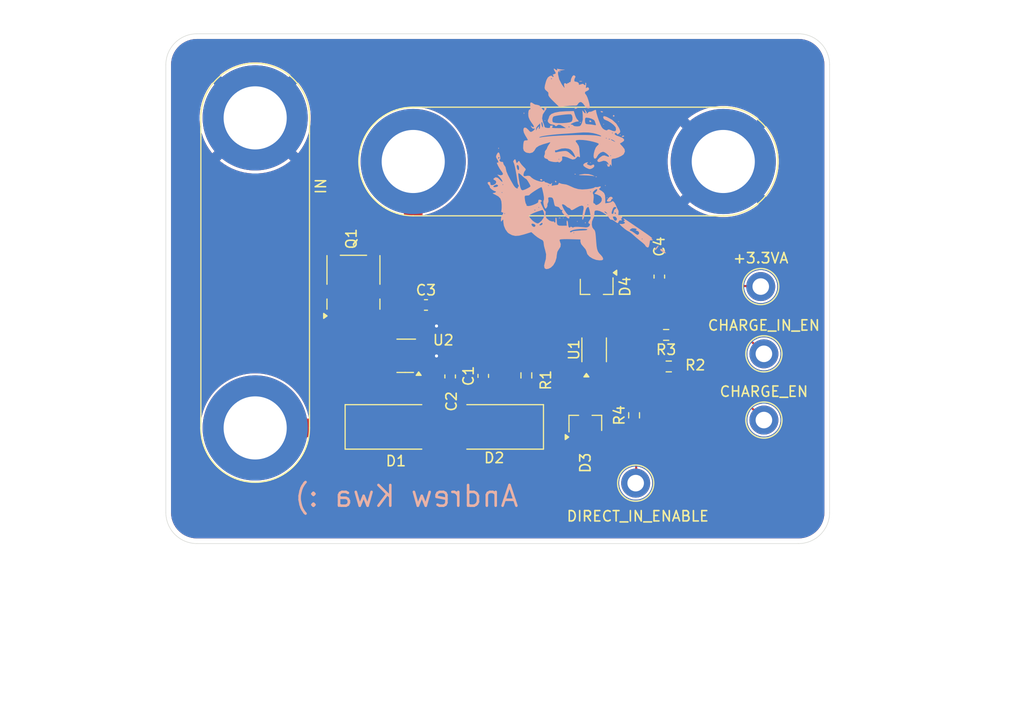
<source format=kicad_pcb>
(kicad_pcb (version 20241229) (generator "pcbnew") (generator_version "9.0")
  (layers (0 "F.Cu" signal) (2 "B.Cu" signal) (13 "F.Paste" user) (15 "B.Paste" user) (5 "F.SilkS" user "F.Silkscreen") (7 "B.SilkS" user "B.Silkscreen") (1 "F.Mask" user) (3 "B.Mask" user) (25 "Edge.Cuts" user))
  (net 0 "")
  (net 1 "/Ideal Diode/IN")
  (net 2 "GNDPWR")
  (net 3 "/Ideal Diode/VCAP")
  (net 4 "/Ideal Diode/OUT")
  (net 5 "+3.3VA")
  (net 6 "/Ideal Diode/TVS_mid")
  (net 7 "/Ideal Diode/D_CLIP")
  (net 8 "/Ideal Diode/C_CLIP")
  (net 9 "/Ideal Diode/GATE")
  (net 10 "/Ideal Diode/V_{ON}")
  (net 11 "/Ideal Diode/CHARGING_IEN")
  (net 12 "/Ideal Diode/DIRECT_IEN")
  (net 13 "/Ideal Diode/DIRECT_EN")
  (net 14 "/Ideal Diode/CHARGING_EN")
  (footprint "Resistor_SMD:R_0603_1608Metric_Pad0.98x0.95mm_HandSolder" (layer "F.Cu") (at 96.4184 56.2337 90)
    (property "Reference" "R4" (at 0 -1.43 90) (layer "F.SilkS"))
    (property "Value" "1k")
    (pad "1" smd roundrect (at -0.9125 0 90) (size 0.975 0.95) (layers "F.Cu" "F.Mask" "F.Paste") (net 12 "/Ideal Diode/DIRECT_IEN"))
    (pad "2" smd roundrect (at 0.9125 0 90) (size 0.975 0.95) (layers "F.Cu" "F.Mask" "F.Paste") (net 7 "/Ideal Diode/D_CLIP"))
  )
  (footprint "Package_TO_SOT_SMD:SOT-23_Handsoldering" (layer "F.Cu") (at 91.7049 56.9976 90)
    (property "Reference" "D3" (at -3.834 0 90) (layer "F.SilkS"))
    (property "Value" "BAT54")
    (pad "1" smd roundrect (at -1.5 -0.95 90) (size 1.9 0.8) (layers "F.Cu" "F.Mask" "F.Paste") (net 2 "GNDPWR"))
    (pad "2" smd roundrect (at -1.5 0.95 90) (size 1.9 0.8) (layers "F.Cu" "F.Mask" "F.Paste"))
    (pad "3" smd roundrect (at 1.5 0 90) (size 1.9 0.8) (layers "F.Cu" "F.Mask" "F.Paste") (net 7 "/Ideal Diode/D_CLIP"))
  )
  (footprint "TestPoint:TestPoint_Keystone_5010-5014_Multipurpose" (layer "F.Cu") (at 108.6612 43.7896)
    (property "Reference" "+3.3VA" (at 0 -2.75 0) (layer "F.SilkS"))
    (property "Value" "TestPoint")
    (pad "1" thru_hole circle (at 0 0) (size 2.8 2.8) (drill 1.6) (layers "*.Cu" "*.Mask") (net 5 "+3.3VA"))
  )
  (footprint "Capacitor_SMD:C_0603_1608Metric_Pad1.08x0.95mm_HandSolder" (layer "F.Cu") (at 76.3016 45.5676)
    (property "Reference" "C3" (at 0 -1.43 0) (layer "F.SilkS"))
    (property "Value" "47u")
    (pad "1" smd roundrect (at -0.8625 0) (size 1.075 0.95) (layers "F.Cu" "F.Mask" "F.Paste") (net 4 "/Ideal Diode/OUT"))
    (pad "2" smd roundrect (at 0.8625 0) (size 1.075 0.95) (layers "F.Cu" "F.Mask" "F.Paste") (net 2 "GNDPWR"))
  )
  (footprint "Diode_SMD:D_SMB_Handsoldering" (layer "F.Cu") (at 73.1952 57.3532)
    (property "Reference" "D1" (at 0.2032 3.302 0) (layer "F.SilkS"))
    (property "Value" "SMBJ58A")
    (pad "1" smd roundrect (at -2.7 0) (size 3.5 2.3) (layers "F.Cu" "F.Mask" "F.Paste") (roundrect_rratio 0.1086956522) (net 1 "/Ideal Diode/IN"))
    (pad "2" smd roundrect (at 2.7 0) (size 3.5 2.3) (layers "F.Cu" "F.Mask" "F.Paste") (roundrect_rratio 0.1086956522) (net 6 "/Ideal Diode/TVS_mid"))
  )
  (footprint "Resistor_SMD:R_0603_1608Metric_Pad0.98x0.95mm_HandSolder" (layer "F.Cu") (at 99.5172 48.4632 180)
    (property "Reference" "R3" (at 0 -1.43 0) (layer "F.SilkS"))
    (property "Value" "1k")
    (pad "1" smd roundrect (at -0.9125 0 180) (size 0.975 0.95) (layers "F.Cu" "F.Mask" "F.Paste") (net 11 "/Ideal Diode/CHARGING_IEN"))
    (pad "2" smd roundrect (at 0.9125 0 180) (size 0.975 0.95) (layers "F.Cu" "F.Mask" "F.Paste") (net 8 "/Ideal Diode/C_CLIP"))
  )
  (footprint "Capacitor_SMD:C_0603_1608Metric_Pad1.08x0.95mm_HandSolder" (layer "F.Cu") (at 98.8568 42.8244 90)
    (property "Reference" "C4" (at 2.8945 0 90) (layer "F.SilkS"))
    (property "Value" "0.1u")
    (pad "1" smd roundrect (at -0.8625 0 90) (size 1.075 0.95) (layers "F.Cu" "F.Mask" "F.Paste") (net 5 "+3.3VA"))
    (pad "2" smd roundrect (at 0.8625 0 90) (size 1.075 0.95) (layers "F.Cu" "F.Mask" "F.Paste") (net 2 "GNDPWR"))
  )
  (footprint "Package_TO_SOT_SMD:SOT-23_Handsoldering" (layer "F.Cu") (at 92.8007 43.7896 -90)
    (property "Reference" "D4" (at 0 -2.75 90) (layer "F.SilkS"))
    (property "Value" "BAT54")
    (pad "1" smd roundrect (at -1.5 -0.95 270) (size 1.9 0.8) (layers "F.Cu" "F.Mask" "F.Paste") (net 2 "GNDPWR"))
    (pad "2" smd roundrect (at -1.5 0.95 270) (size 1.9 0.8) (layers "F.Cu" "F.Mask" "F.Paste"))
    (pad "3" smd roundrect (at 1.5 0 270) (size 1.9 0.8) (layers "F.Cu" "F.Mask" "F.Paste") (net 8 "/Ideal Diode/C_CLIP"))
  )
  (footprint "Package_SO:VSSOP-8_2.3x2mm_P0.5mm" (layer "F.Cu") (at 92.5576 49.9038 90)
    (property "Reference" "U1" (at 0 -1.95 90) (layer "F.SilkS"))
    (property "Value" "SN74LVC2G08")
    (pad "1" smd roundrect (at -1.4 -0.75 90) (size 1.25 0.35) (layers "F.Cu" "F.Mask" "F.Paste") (net 7 "/Ideal Diode/D_CLIP"))
    (pad "2" smd roundrect (at -1.4 -0.25 90) (size 1.25 0.35) (layers "F.Cu" "F.Mask" "F.Paste") (net 10 "/Ideal Diode/V_{ON}"))
    (pad "3" smd roundrect (at -1.4 0.25 90) (size 1.25 0.35) (layers "F.Cu" "F.Mask" "F.Paste") (net 14 "/Ideal Diode/CHARGING_EN"))
    (pad "4" smd roundrect (at -1.4 0.75 90) (size 1.25 0.35) (layers "F.Cu" "F.Mask" "F.Paste") (net 2 "GNDPWR"))
    (pad "5" smd roundrect (at 1.4 0.75 90) (size 1.25 0.35) (layers "F.Cu" "F.Mask" "F.Paste") (net 10 "/Ideal Diode/V_{ON}"))
    (pad "6" smd roundrect (at 1.4 0.25 90) (size 1.25 0.35) (layers "F.Cu" "F.Mask" "F.Paste") (net 8 "/Ideal Diode/C_CLIP"))
    (pad "7" smd roundrect (at 1.4 -0.25 90) (size 1.25 0.35) (layers "F.Cu" "F.Mask" "F.Paste") (net 13 "/Ideal Diode/DIRECT_EN"))
    (pad "8" smd roundrect (at 1.4 -0.75 90) (size 1.25 0.35) (layers "F.Cu" "F.Mask" "F.Paste") (net 5 "+3.3VA"))
  )
  (footprint "TestPoint:TestPoint_Keystone_5010-5014_Multipurpose" (layer "F.Cu") (at 96.5708 62.7888)
    (property "Reference" "DIRECT_IN_ENABLE" (at 0.2032 3.2004 0) (layer "F.SilkS"))
    (property "Value" "TestPoint")
    (pad "1" thru_hole circle (at 0 0) (size 2.8 2.8) (drill 1.6) (layers "*.Cu" "*.Mask") (net 12 "/Ideal Diode/DIRECT_IEN"))
  )
  (footprint "Resistor_SMD:R_0603_1608Metric_Pad0.98x0.95mm_HandSolder" (layer "F.Cu") (at 86.0044 52.3748 90)
    (property "Reference" "R1" (at -0.4572 1.8796 90) (layer "F.SilkS"))
    (property "Value" "91k")
    (pad "1" smd roundrect (at -0.9125 0 90) (size 0.975 0.95) (layers "F.Cu" "F.Mask" "F.Paste") (net 1 "/Ideal Diode/IN"))
    (pad "2" smd roundrect (at 0.9125 0 90) (size 0.975 0.95) (layers "F.Cu" "F.Mask" "F.Paste") (net 10 "/Ideal Diode/V_{ON}"))
  )
  (footprint "TestPoint:TestPoint_Keystone_5010-5014_Multipurpose" (layer "F.Cu") (at 108.966 50.292)
    (property "Reference" "CHARGE_IN_EN" (at 0 -2.75 0) (layer "F.SilkS"))
    (property "Value" "TestPoint")
    (pad "1" thru_hole circle (at 0 0) (size 2.8 2.8) (drill 1.6) (layers "*.Cu" "*.Mask") (net 11 "/Ideal Diode/CHARGING_IEN"))
  )
  (footprint "Diode_SMD:D_SMB_Handsoldering" (layer "F.Cu") (at 82.9488 57.3532 180)
    (property "Reference" "D2" (at 0.0508 -2.9972 0) (layer "F.SilkS"))
    (property "Value" "SMBJ26A")
    (pad "1" smd roundrect (at -2.7 0 180) (size 3.5 2.3) (layers "F.Cu" "F.Mask" "F.Paste") (roundrect_rratio 0.1086956522) (net 2 "GNDPWR"))
    (pad "2" smd roundrect (at 2.7 0 180) (size 3.5 2.3) (layers "F.Cu" "F.Mask" "F.Paste") (roundrect_rratio 0.1086956522) (net 6 "/Ideal Diode/TVS_mid"))
  )
  (footprint "Package_TO_SOT_SMD:SOT-23-6_Handsoldering" (layer "F.Cu") (at 74.3928 50.48 180)
    (property "Reference" "U2" (at -3.5852 1.5088 0) (layer "F.SilkS"))
    (property "Value" "LM74700")
    (pad "1" smd roundrect (at -1.35 -0.95 180) (size 1.56 0.65) (layers "F.Cu" "F.Mask" "F.Paste") (net 3 "/Ideal Diode/VCAP"))
    (pad "2" smd roundrect (at -1.35 0 180) (size 1.56 0.65) (layers "F.Cu" "F.Mask" "F.Paste") (net 2 "GNDPWR"))
    (pad "3" smd roundrect (at -1.35 0.95 180) (size 1.56 0.65) (layers "F.Cu" "F.Mask" "F.Paste") (net 13 "/Ideal Diode/DIRECT_EN"))
    (pad "4" smd roundrect (at 1.35 0.95 180) (size 1.56 0.65) (layers "F.Cu" "F.Mask" "F.Paste") (net 4 "/Ideal Diode/OUT"))
    (pad "5" smd roundrect (at 1.35 0 180) (size 1.56 0.65) (layers "F.Cu" "F.Mask" "F.Paste") (net 9 "/Ideal Diode/GATE"))
    (pad "6" smd roundrect (at 1.35 -0.95 180) (size 1.56 0.65) (layers "F.Cu" "F.Mask" "F.Paste") (net 1 "/Ideal Diode/IN"))
  )
  (footprint "Connector:Banana_Jack_2Pin" (layer "F.Cu") (at 59.7916 57.4528 90)
    (property "Reference" "IN" (at 23.368 6.35 90) (layer "F.SilkS"))
    (property "Value" "Conn_01x02_Socket")
    (pad "1" thru_hole circle (at 0 0 90) (size 10.16 10.16) (drill 6.1) (layers "*.Cu" "*.Mask") (net 1 "/Ideal Diode/IN"))
    (pad "2" thru_hole circle (at 29.97 0 90) (size 10.16 10.16) (drill 6.1) (layers "*.Cu" "*.Mask") (net 2 "GNDPWR"))
  )
  (footprint "Capacitor_SMD:C_0603_1608Metric_Pad1.08x0.95mm_HandSolder" (layer "F.Cu") (at 81.8388 52.4256 90)
    (property "Reference" "C1" (at 0 -1.43 90) (layer "F.SilkS"))
    (property "Value" "0.022u")
    (pad "1" smd roundrect (at -0.8625 0 90) (size 1.075 0.95) (layers "F.Cu" "F.Mask" "F.Paste") (net 1 "/Ideal Diode/IN"))
    (pad "2" smd roundrect (at 0.8625 0 90) (size 1.075 0.95) (layers "F.Cu" "F.Mask" "F.Paste") (net 2 "GNDPWR"))
  )
  (footprint "Package_SO:ONSemi_SO-8FL_488AA" (layer "F.Cu") (at 69.2912 43.8742 90)
    (property "Reference" "Q1" (at 4.7074 -0.2032 90) (layer "F.SilkS"))
    (property "Value" "NVMFS5C404NL")
    (pad "1" smd roundrect (at -2.74725 -1.905 90) (size 1 0.75) (layers "F.Cu" "F.Mask" "F.Paste") (net 1 "/Ideal Diode/IN"))
    (pad "2" smd roundrect (at -2.74725 -0.635 90) (size 1 0.75) (layers "F.Cu" "F.Mask" "F.Paste") (net 1 "/Ideal Diode/IN"))
    (pad "3" smd roundrect (at -2.74725 0.635 90) (size 1 0.75) (layers "F.Cu" "F.Mask" "F.Paste") (net 1 "/Ideal Diode/IN"))
    (pad "4" smd roundrect (at -2.74725 1.905 90) (size 1 0.75) (layers "F.Cu" "F.Mask" "F.Paste") (net 9 "/Ideal Diode/GATE"))
    (pad "5" smd custom (at 0.745 0 90) (size 4.055 4.56) (layers "F.Cu" "F.Mask" "F.Paste") (net 4 "/Ideal Diode/OUT") (options (clearance outline) (anchor rect)) (primitives (gr_poly (pts (xy -0.6975 -2.28) (xy 2.5025 -2.28) (xy 2.5025 -1.53) (xy 1.905 -1.53) (xy 1.905 1.53) (xy 2.5025 1.53) (xy 2.5025 2.28) (xy -0.6975 2.28) (xy -0.6975 2.775) (xy -1.6025 2.775) (xy -1.6025 -2.775) (xy -0.6975 -2.775)) (width 0) (fill yes))))
  )
  (footprint "Capacitor_SMD:C_0603_1608Metric_Pad1.08x0.95mm_HandSolder" (layer "F.Cu") (at 78.6384 52.4753 90)
    (property "Reference" "C2" (at -2.413 0.127 90) (layer "F.SilkS"))
    (property "Value" "0.1u")
    (pad "1" smd roundrect (at -0.8625 0 90) (size 1.075 0.95) (layers "F.Cu" "F.Mask" "F.Paste") (net 1 "/Ideal Diode/IN"))
    (pad "2" smd roundrect (at 0.8625 0 90) (size 1.075 0.95) (layers "F.Cu" "F.Mask" "F.Paste") (net 3 "/Ideal Diode/VCAP"))
  )
  (footprint "TestPoint:TestPoint_Keystone_5010-5014_Multipurpose" (layer "F.Cu") (at 108.966 56.6928)
    (property "Reference" "CHARGE_EN" (at 0 -2.75 0) (layer "F.SilkS"))
    (property "Value" "TestPoint")
    (pad "1" thru_hole circle (at 0 0) (size 2.8 2.8) (drill 1.6) (layers "*.Cu" "*.Mask") (net 14 "/Ideal Diode/CHARGING_EN"))
  )
  (footprint "Connector:Banana_Jack_2Pin" (layer "F.Cu") (at 75.0684 31.6992)
    (property "Reference" "OUT" (at 14.985 -6.24 0) (layer "F.SilkS"))
    (property "Value" "Conn_01x02_Socket")
    (pad "1" thru_hole circle (at 0 0) (size 10.16 10.16) (drill 6.1) (layers "*.Cu" "*.Mask") (net 4 "/Ideal Diode/OUT"))
    (pad "2" thru_hole circle (at 29.97 0) (size 10.16 10.16) (drill 6.1) (layers "*.Cu" "*.Mask") (net 2 "GNDPWR"))
  )
  (footprint "Resistor_SMD:R_0603_1608Metric_Pad0.98x0.95mm_HandSolder" (layer "F.Cu") (at 99.7693 51.5112)
    (property "Reference" "R2" (at 2.5635 -0.127 0) (layer "F.SilkS"))
    (property "Value" "13k")
    (pad "1" smd roundrect (at -0.9125 0) (size 0.975 0.95) (layers "F.Cu" "F.Mask" "F.Paste") (net 10 "/Ideal Diode/V_{ON}"))
    (pad "2" smd roundrect (at 0.9125 0) (size 0.975 0.95) (layers "F.Cu" "F.Mask" "F.Paste") (net 2 "GNDPWR"))
  )
  (footprint "LOGO" (layer "B.Cu") (at 90.932 32.4104 180)
    (property "Reference" "G***" (hide yes))
    (property "Value" "LOGO" (hide yes))
  )
  (gr_line (start 54.1556 19.3548) (end 112.316 19.3548) (stroke (width 0.05)) (layer "Edge.Cuts"))
  (gr_arc (start 51.1556 22.3548) (mid 52.03428 20.23348) (end 54.1556 19.3548) (stroke (width 0.05)) (layer "Edge.Cuts"))
  (gr_arc (start 112.316 19.3548) (mid 114.43732 20.23348) (end 115.316 22.3548) (stroke (width 0.05)) (layer "Edge.Cuts"))
  (gr_line (start 112.316 68.6308) (end 54.1556 68.6308) (stroke (width 0.05)) (layer "Edge.Cuts"))
  (gr_arc (start 115.316 65.6308) (mid 114.43732 67.75212) (end 112.316 68.6308) (stroke (width 0.05)) (layer "Edge.Cuts"))
  (gr_line (start 115.316 22.3548) (end 115.316 65.6308) (stroke (width 0.05)) (layer "Edge.Cuts"))
  (gr_line (start 51.1556 65.6308) (end 51.1556 22.3548) (stroke (width 0.05)) (layer "Edge.Cuts"))
  (gr_arc (start 54.1556 68.6308) (mid 52.03428 67.75212) (end 51.1556 65.6308) (stroke (width 0.05)) (layer "Edge.Cuts"))
  (gr_text "Andrew Kwa :)\n" (at 85.3948 65.2272 0) (layer "B.SilkS") (effects (font (size 2 2) (thickness 0.25)) (justify left bottom mirror)))
  (segment (start 73.0428 53.7972) (end 73.0428 51.806) (width 1.6) (layer "F.Cu") (net 1))
  (segment (start 59.7916 57.4528) (end 70.3956 57.4528) (width 1.8) (layer "F.Cu") (net 1))
  (segment (start 71.938858 51.806) (end 73.0428 51.806) (width 1.6) (layer "F.Cu") (net 1))
  (segment (start 73.0428 54.8056) (end 73.0428 53.7972) (width 1.6) (layer "F.Cu") (net 1))
  (segment (start 67.3862 46.62145) (end 69.8202 46.62145) (width 1.6) (layer "F.Cu") (net 1))
  (segment (start 86.0036 53.2881) (end 86.0044 53.2873) (width 1.6) (layer "F.Cu") (net 1))
  (segment (start 69.8202 49.687342) (end 69.8202 46.62145) (width 1.6) (layer "F.Cu") (net 1))
  (segment (start 73.5022 53.3378) (end 73.0428 53.7972) (width 1.8) (layer "F.Cu") (net 1))
  (segment (start 78.6384 53.3378) (end 81.7891 53.3378) (width 1.8) (layer "F.Cu") (net 1))
  (segment (start 81.8388 53.2881) (end 86.0036 53.2881) (width 1.8) (layer "F.Cu") (net 1))
  (segment (start 81.7891 53.3378) (end 81.8388 53.2881) (width 1.6) (layer "F.Cu") (net 1))
  (segment (start 70.3956 57.4528) (end 70.4952 57.3532) (width 1.6) (layer "F.Cu") (net 1))
  (segment (start 78.6384 53.3378) (end 73.5022 53.3378) (width 1.8) (layer "F.Cu") (net 1))
  (segment (start 73.0428 54.8056) (end 70.4952 57.3532) (width 1.6) (layer "F.Cu") (net 1))
  (segment (start 71.938858 51.806) (end 69.8202 49.687342) (width 1.6) (layer "F.Cu") (net 1))
  (segment (start 77.3176 50.4952) (end 75.758 50.4952) (width 0.2) (layer "F.Cu") (net 2))
  (segment (start 77.1641 47.4461) (end 77.1641 45.5676) (width 0.2) (layer "F.Cu") (net 2))
  (segment (start 75.758 50.4952) (end 75.7428 50.48) (width 0.2) (layer "F.Cu") (net 2))
  (segment (start 77.3176 47.5996) (end 77.1641 47.4461) (width 0.2) (layer "F.Cu") (net 2))
  (segment (start 80.7709 50.4952) (end 81.8388 51.5631) (width 0.2) (layer "F.Cu") (net 2))
  (segment (start 77.3176 50.4952) (end 80.7709 50.4952) (width 0.2) (layer "F.Cu") (net 2))
  (via (at 77.3176 50.4952) (size 0.6) (drill 0.3) (layers "F.Cu" "B.Cu") (net 2))
  (via (at 77.3176 47.5996) (size 0.6) (drill 0.3) (layers "F.Cu" "B.Cu") (net 2))
  (segment (start 77.3176 47.5996) (end 77.3176 50.4952) (width 0.2) (layer "B.Cu") (net 2))
  (segment (start 78.6384 51.6128) (end 75.9256 51.6128) (width 0.2) (layer "F.Cu") (net 3))
  (segment (start 75.9256 51.6128) (end 75.7428 51.43) (width 0.2) (layer "F.Cu") (net 3))
  (segment (start 75.2867 47.414738) (end 73.647438 49.054) (width 1.8) (layer "F.Cu") (net 4))
  (segment (start 69.3928 43.0276) (end 69.2912 43.1292) (width 1.6) (layer "F.Cu") (net 4))
  (segment (start 72.8991 43.0276) (end 69.3928 43.0276) (width 1.8) (layer "F.Cu") (net 4))
  (segment (start 73.647438 49.054) (end 73.0428 49.054) (width 1.8) (layer "F.Cu") (net 4))
  (segment (start 75.4391 45.5676) (end 72.8991 43.0276) (width 1.8) (layer "F.Cu") (net 4))
  (segment (start 75.4391 45.5676) (end 75.2867 45.72) (width 1.6) (layer "F.Cu") (net 4))
  (segment (start 75.0684 31.6992) (end 75.0684 37.352) (width 1.8) (layer "F.Cu") (net 4))
  (segment (start 75.0684 37.352) (end 69.2912 43.1292) (width 1.8) (layer "F.Cu") (net 4))
  (segment (start 75.2867 45.72) (end 75.2867 47.414738) (width 1.8) (layer "F.Cu") (net 4))
  (segment (start 108.6612 43.7896) (end 108.6104 43.7388) (width 0.2) (layer "F.Cu") (net 5))
  (segment (start 91.8076 44.618636) (end 91.8076 48.5038) (width 0.2) (layer "F.Cu") (net 5))
  (segment (start 98.9087 43.7388) (end 98.8568 43.6869) (width 0.2) (layer "F.Cu") (net 5))
  (segment (start 108.6104 43.7388) (end 98.9087 43.7388) (width 0.2) (layer "F.Cu") (net 5))
  (segment (start 98.8568 43.6869) (end 92.739336 43.6869) (width 0.2) (layer "F.Cu") (net 5))
  (segment (start 92.739336 43.6869) (end 91.8076 44.618636) (width 0.2) (layer "F.Cu") (net 5))
  (segment (start 75.8952 57.3532) (end 80.2488 57.3532) (width 3) (layer "F.Cu") (net 6))
  (segment (start 96.242 55.4976) (end 96.4184 55.3212) (width 0.2) (layer "F.Cu") (net 7))
  (segment (start 91.8076 51.3038) (end 91.8076 55.3949) (width 0.2) (layer "F.Cu") (net 7))
  (segment (start 91.8076 55.3949) (end 91.7049 55.4976) (width 0.2) (layer "F.Cu") (net 7))
  (segment (start 91.7049 55.4976) (end 96.242 55.4976) (width 0.2) (layer "F.Cu") (net 7))
  (segment (start 92.8076 48.4164) (end 92.8007 48.4095) (width 0.2) (layer "F.Cu") (net 8))
  (segment (start 92.8076 48.5038) (end 92.8076 48.4164) (width 0.2) (layer "F.Cu") (net 8))
  (segment (start 98.6047 48.4632) (end 97.8193 47.6778) (width 0.2) (layer "F.Cu") (net 8))
  (segment (start 97.8193 47.6778) (end 92.9765 47.6778) (width 0.2) (layer "F.Cu") (net 8))
  (segment (start 92.9765 47.6778) (end 92.8076 47.8467) (width 0.2) (layer "F.Cu") (net 8))
  (segment (start 92.8007 48.4095) (end 92.8007 45.2896) (width 0.2) (layer "F.Cu") (net 8))
  (segment (start 92.8076 47.8467) (end 92.8076 48.5038) (width 0.2) (layer "F.Cu") (net 8))
  (segment (start 72.55281 50.48) (end 71.1962 49.12339) (width 0.2) (layer "F.Cu") (net 9))
  (segment (start 71.1962 49.12339) (end 71.1962 46.62145) (width 0.2) (layer "F.Cu") (net 9))
  (segment (start 73.0428 50.48) (end 72.55281 50.48) (width 0.2) (layer "F.Cu") (net 9))
  (segment (start 92.106599 50.4778) (end 86.9889 50.4778) (width 0.2) (layer "F.Cu") (net 10))
  (segment (start 96.315 51.5112) (end 98.8568 51.5112) (width 0.2) (layer "F.Cu") (net 10))
  (segment (start 86.9889 50.4778) (end 86.0044 51.4623) (width 0.2) (layer "F.Cu") (net 10))
  (segment (start 93.3076 48.5038) (end 93.3076 49.2558) (width 0.2) (layer "F.Cu") (net 10))
  (segment (start 93.3076 49.2558) (end 92.3076 50.2558) (width 0.2) (layer "F.Cu") (net 10))
  (segment (start 92.3076 51.3038) (end 92.3076 50.678801) (width 0.2) (layer "F.Cu") (net 10))
  (segment (start 92.3076 50.678801) (end 92.106599 50.4778) (width 0.2) (layer "F.Cu") (net 10))
  (segment (start 93.3076 48.5038) (end 96.315 51.5112) (width 0.2) (layer "F.Cu") (net 10))
  (segment (start 92.3076 50.2558) (end 92.3076 51.3038) (width 0.2) (layer "F.Cu") (net 10))
  (segment (start 100.4297 48.4632) (end 107.1372 48.4632) (width 0.2) (layer "F.Cu") (net 11))
  (segment (start 107.1372 48.4632) (end 108.966 50.292) (width 0.2) (layer "F.Cu") (net 11))
  (segment (start 96.6216 62.738) (end 96.6216 57.3494) (width 0.2) (layer "F.Cu") (net 12))
  (segment (start 96.6216 57.3494) (end 96.4184 57.1462) (width 0.2) (layer "F.Cu") (net 12))
  (segment (start 96.5708 62.7888) (end 96.6216 62.738) (width 0.2) (layer "F.Cu") (net 12))
  (segment (start 92.3076 49.128799) (end 92.3076 48.5038) (width 0.2) (layer "F.Cu") (net 13))
  (segment (start 75.7428 49.53) (end 91.906399 49.53) (width 0.2) (layer "F.Cu") (net 13))
  (segment (start 91.906399 49.53) (end 92.3076 49.128799) (width 0.2) (layer "F.Cu") (net 13))
  (segment (start 92.8076 51.928799) (end 92.8076 51.3038) (width 0.2) (layer "F.Cu") (net 14))
  (segment (start 94.472801 53.594) (end 92.8076 51.928799) (width 0.2) (layer "F.Cu") (net 14))
  (segment (start 105.8672 53.594) (end 94.472801 53.594) (width 0.2) (layer "F.Cu") (net 14))
  (segment (start 108.966 56.6928) (end 105.8672 53.594) (width 0.2) (layer "F.Cu") (net 14))
  (zone (net 2) (net_name "GNDPWR") (layer "F.Cu") (connect_pads (clearance 0)) (min_thickness 0.25) (fill yes (thermal_gap 0.3) (thermal_bridge_width 1))
    (polygon (pts (xy 132.741489 17.440636) (xy 132.487489 84.750636) (xy 35.124495 86.346751) (xy 36.147227 16.800939)))
  )
  (zone (net 2) (net_name "GNDPWR") (layer "B.Cu") (connect_pads (clearance 0)) (min_thickness 0.25) (fill yes (thermal_gap 0.3) (thermal_bridge_width 1))
    (polygon (pts (xy 134.112 16.727898) (xy 133.858 84.037898) (xy 36.495006 85.634013) (xy 37.517738 16.088201)))
  )
)
</source>
